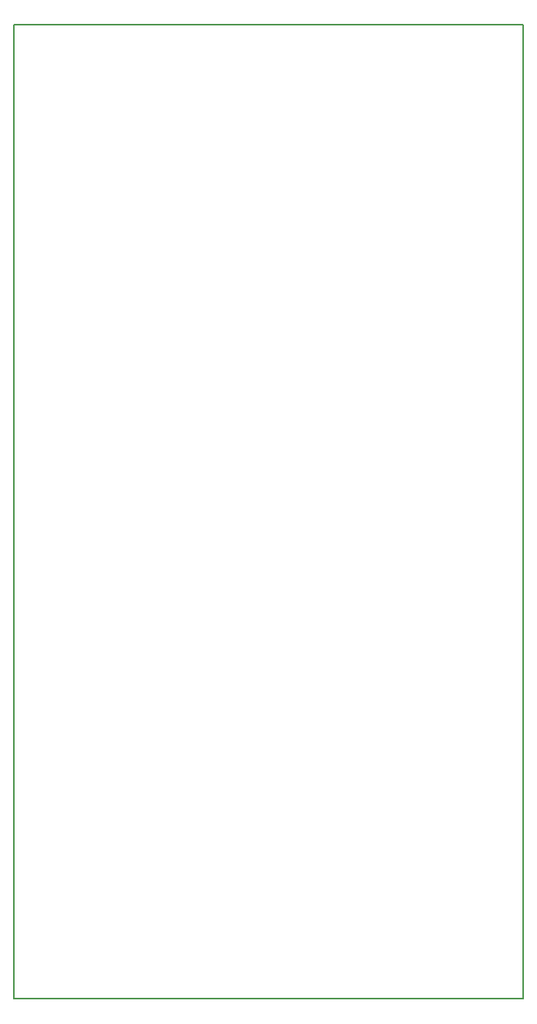
<source format=gbr>
%TF.GenerationSoftware,KiCad,Pcbnew,7.0.5.1-1-g8f565ef7f0-dirty-deb11*%
%TF.CreationDate,2023-08-08T15:30:21+00:00*%
%TF.ProjectId,GreenBean,47726565-6e42-4656-916e-2e6b69636164,rev?*%
%TF.SameCoordinates,Original*%
%TF.FileFunction,Other,User*%
%FSLAX46Y46*%
G04 Gerber Fmt 4.6, Leading zero omitted, Abs format (unit mm)*
G04 Created by KiCad (PCBNEW 7.0.5.1-1-g8f565ef7f0-dirty-deb11) date 2023-08-08 15:30:21*
%MOMM*%
%LPD*%
G01*
G04 APERTURE LIST*
%ADD10C,0.200000*%
G04 APERTURE END LIST*
D10*
X170750000Y-45000000D02*
X170750000Y-152000000D01*
X114750000Y-152000000D02*
X114750000Y-45000000D01*
X114750000Y-45000000D02*
X170750000Y-45000000D01*
X170750000Y-152000000D02*
X114750000Y-152000000D01*
M02*

</source>
